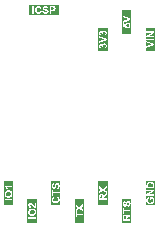
<source format=gto>
G04 Output by ViewMate Deluxe V11.24.15  PentaLogix*
G04 Sat Feb  8 15:39:46 2025*
%IPPOS*%
%FSLAX25Y25*%
%MOIN*%

%LPD*%
X0Y0D2*G36*X46850Y11811D2*G1X43701D1*Y3937*X46850*Y11811*G37*G36*X54724Y17717D2*G1X51575D1*Y9843*X54724*Y17717*G37*G36*X22638Y76378D2*G1X12795D1*Y73228*X22638*Y76378*G37*G36*X54724Y68898D2*G1X51575D1*Y61024*X54724*Y68898*G37*G36*X46850Y74803D2*G1X43701D1*Y66929*X46850*Y74803*G37*G36*X15354Y11811D2*G1X12205D1*Y3937*X15354*Y11811*G37*G36*X23228Y17717D2*G1X20079D1*Y9843*X23228*Y17717*G37*G36*X31102Y11811D2*G1X27953D1*Y3937*X31102*Y11811*G37*G36*X7480Y17717D2*G1X4331D1*Y9843*X7480*Y17717*G37*G36*X38976Y68898D2*G1X35827D1*Y61024*X38976*Y68898*G37*G36*X38976Y17717D2*G1X35827D1*Y9816*X38976*Y17717*G37*
%LPC*%
X0Y0D2*G36*X38661Y13717D2*G1X38170Y13409D1*X38117Y13377*X37982Y13287*X37911Y13238*X37882Y13217*X37833Y13178*X37813Y13164*X37784Y13140*X37775Y13131*X37767Y13126*X37762Y13120*X37720Y13078*X37680Y13033*X37644Y12987*X37611Y12943*X37574Y12889*X37553Y12854*X37551Y12849*X37549Y12847*X37538Y12907*X37525Y12963*X37511Y13016*X37493Y13065*X37474Y13111*X37436Y13187*X37416Y13222*X37378Y13276*X37347Y13315*X37334Y13328*X37318Y13346*X37282Y13375*X37245Y13400*X37205Y13424*X37167Y13442*X37127Y13459*X37089Y13473*X37050Y13484*X37014Y13493*X36979Y13498*X36948Y13504*X36896Y13511*X36876*X36861Y13513*X36848*X36806Y13511*X36768Y13508*X36694Y13497*X36626Y13478*X36568Y13459*X36519Y13437*X36501Y13428*X36484Y13421*X36472Y13413*X36461Y13408*X36455Y13404*X36454Y13402*X36422Y13380*X36393Y13358*X36366Y13335*X36343Y13311*X36300Y13262*X36282Y13238*X36266Y13215*X36224Y13140*X36215Y13116*X36211Y13111*Y13109*X36198Y13073*X36188Y13031*X36179Y12987*X36171Y12942*X36159Y12843*X36151Y12749*X36148Y12703*X36144Y12623*Y12589*X36142Y12561*Y11455*X38661*Y13717*G37*G36*X36142Y16001D2*G1Y15411D1*X36898Y14911*X36142Y14412*Y13817*X37351Y14609*X38661Y13737*Y14347*X37809Y14907*X38661Y15466*Y16078*X37349Y15209*X36142Y16001*G37*
%LPD*%
X0Y0D2*G36*X36881Y12989D2*G1X36869D1*X36859Y12987*X36848*X36808Y12980*X36776Y12972*X36741Y12960*X36708Y12943*X36677Y12920*X36675*X36674Y12916*X36652Y12893*X36635Y12871*X36619Y12843*X36603Y12811*X36588Y12772*X36577Y12729*Y12721*X36575Y12714*Y12705*X36574Y12692*Y12678*X36572Y12659*Y12610*X36570Y12581*Y12547*X36568Y12507*Y11963*X37207*Y12396*X37205Y12425*Y12494*X37198Y12648*X37191Y12718*X37187Y12749*X37183Y12774*X37178Y12794*Y12796*X37176Y12798*X37172Y12809*X37163Y12825*X37152Y12847*X37138Y12869*X37120Y12893*X37098Y12916*X37071Y12936*X37056Y12945*X37039Y12952*X37018Y12963*X36958Y12982*X36921Y12987*X36881Y12989*G37*G36*X38661Y13107D2*G1X38113Y12741D1*X38109Y12740*X38100Y12732*X38066Y12711*X37957Y12634*X37833Y12545*X37806Y12525*X37760Y12487*X37744Y12472*X37740Y12469*X37718Y12445*X37702Y12426*X37684Y12403*X37667Y12378*X37651Y12350*X37636Y12315*X37635Y12310*X37633Y12305*X37626Y12272*X37624Y12257*X37620Y12241*X37618Y12223*X37617Y12201*X37613Y12177*X37611Y12154*Y12126*X37609Y12095*Y11963*X38661*Y13107*G37*
%LPC*%
X0Y0D2*G36*X37903Y63646D2*G1X37889D1*X37847Y63644*X37807Y63640*X37732Y63626*X37697Y63617*X37665Y63606*X37608Y63582*X37543Y63546*X37515Y63529*X37499Y63517*X37470Y63491*X37419Y63437*X37399Y63407*X37379Y63380*X37363Y63351*X37348Y63322*X37335Y63295*X37324Y63269*X37315Y63245*X37306Y63225*X37300Y63207*X37297Y63191*X37293Y63180*X37291Y63171*X37273Y63204*X37233Y63263*X37191Y63316*X37170Y63340*X37126Y63382*X37080Y63417*X37037Y63446*X36993Y63469*X36953Y63489*X36913Y63504*X36846Y63524*X36793Y63533*X36776Y63535*X36762*X36718Y63533*X36676Y63528*X36598Y63508*X36527Y63478*X36495Y63462*X36465Y63446*X36414Y63413*X36361Y63373*X36352Y63364*X36345Y63358*X36303Y63315*X36269Y63271*X36238Y63224*X36212Y63176*X36191Y63129*X36171Y63082*X36156Y63036*X36134Y62949*X36123Y62876*X36119Y62845*X36118Y62821*X36116Y62803*Y62748*X36119Y62710*X36128Y62639*X36134Y62607*X36147Y62547*X36154Y62519*X36161Y62495*X36176Y62456*X36181Y62439*X36191Y62417*X36192Y62412*X36194Y62410*X36225Y62350*X36278Y62275*X36314Y62234*X36361Y62186*X36374Y62175*X36387Y62166*X36396Y62157*X36403Y62152*X36407Y62150*X36409Y62148*X36463Y62115*X36523Y62088*X36585Y62064*X36669Y62035*X36695Y62030*X36716Y62022*X36736Y62019*X36753Y62015*X36764Y62011*X36774Y62009*X36849Y62454*X36820Y62457*X36791Y62463*X36742Y62477*X36718Y62486*X36698Y62495*X36663Y62514*X36649Y62523*X36636Y62530*X36625Y62539*X36616Y62545*X36609Y62552*X36600Y62559*X36585Y62576*X36571Y62594*X36549Y62630*X36534Y62667*X36523Y62699*X36516Y62728*X36514Y62741*Y62752*X36513Y62759*Y62772*X36516Y62818*X36525Y62856*X36536Y62891*X36551Y62920*X36565Y62943*X36585Y62971*X36620Y63000*X36653Y63018*X36685Y63032*X36718Y63041*X36758Y63049*X36769*X36778Y63050*X36818Y63049*X36844Y63047*X36869Y63041*X36891Y63034*X36933Y63018*X36967Y63000*X36995Y62980*X37015Y62963*X37028Y62950*X37030Y62949*X37048Y62927*X37060Y62905*X37071Y62882*X37082Y62856*X37097Y62807*X37106Y62758*X37109Y62736*X37115Y62679*Y62647*X37508Y62594*X37495Y62639*X37486Y62681*X37481Y62719*X37475Y62752*X37474Y62789*X37472Y62798*Y62814*X37474Y62839*X37481Y62889*X37488Y62910*X37506Y62950*X37524Y62985*X37545Y63014*X37554Y63025*X37563Y63034*X37574Y63049*X37577Y63050*X37599Y63071*X37623Y63085*X37647Y63098*X37670Y63109*X37717Y63127*X37785Y63143*X37850Y63151*X37869*X37937Y63147*X37969Y63142*X38025Y63127*X38050Y63118*X38094Y63100*X38112Y63089*X38129Y63080*X38141Y63071*X38154Y63063*X38163Y63056*X38169Y63050*X38172Y63049*X38194Y63027*X38227Y62987*X38240Y62965*X38250Y62943*X38260Y62923*X38282Y62848*X38284Y62834*X38285Y62821*X38287Y62810*Y62796*X38285Y62771*X38284Y62747*X38272Y62701*X38258Y62661*X38240Y62626*X38223Y62597*X38203Y62570*X38198Y62565*X38196Y62561*X38156Y62526*X38111Y62501*X38065Y62479*X38021Y62465*X38001Y62457*X37981Y62454*X37965Y62448*X37948Y62447*X37936Y62443*X37927*X37921Y62441*X37919*X37978Y61973*X38036Y61982*X38091Y61995*X38143Y62009*X38191Y62028*X38280Y62071*X38318Y62093*X38384Y62139*X38413Y62161*X38454Y62197*X38471Y62211*X38491Y62234*X38526Y62277*X38556Y62322*X38582Y62370*X38604Y62417*X38624Y62465*X38640Y62512*X38653Y62558*X38671Y62643*X38676Y62679*X38682Y62714*X38685Y62767*X38687Y62785*X38685Y62865*X38676Y62929*X38665Y62989*X38651Y63045*X38633Y63100*X38613Y63149*X38593Y63195*X38571Y63236*X38509Y63335*X38476Y63376*X38463Y63391*X38456Y63398*X38454Y63402*X38409Y63446*X38363Y63482*X38316Y63515*X38267Y63544*X38220Y63566*X38172Y63586*X38127Y63602*X38083Y63615*X38043Y63626*X38007Y63633*X37972Y63639*X37903Y63646*G37*G36*X36125Y66141D2*G1Y63797D1*X38644Y64696*Y65244*X36125Y66141*G37*G36*X36116Y67106D2*G1Y67051D1*X36119Y67013*X36128Y66942*X36134Y66909*X36147Y66849*X36154Y66822*X36169Y66776*X36176Y66758*X36181Y66742*X36191Y66720*X36192Y66714*X36194Y66713*X36225Y66652*X36261Y66601*X36278Y66578*X36296Y66556*X36314Y66536*X36331Y66520*X36361Y66489*X36374Y66478*X36387Y66469*X36396Y66459*X36403Y66454*X36407Y66452*X36409Y66450*X36463Y66418*X36523Y66390*X36585Y66367*X36644Y66347*X36669Y66337*X36695Y66332*X36716Y66325*X36774Y66312*X36849Y66756*X36820Y66760*X36791Y66765*X36765Y66772*X36718Y66789*X36698Y66798*X36663Y66816*X36636Y66833*X36625Y66842*X36616Y66847*X36600Y66862*X36585Y66878*X36571Y66896*X36549Y66933*X36534Y66969*X36523Y67002*X36516Y67031*X36514Y67044*Y67055*X36513Y67062*Y67074*X36516Y67120*X36525Y67158*X36536Y67193*X36551Y67222*X36565Y67246*X36576Y67262*X36585Y67273*X36589Y67277*X36620Y67302*X36653Y67320*X36685Y67335*X36718Y67344*X36747Y67350*X36758Y67351*X36769*X36778Y67353*X36791*X36844Y67350*X36869Y67344*X36891Y67337*X36933Y67320*X36967Y67302*X36995Y67282*X37015Y67266*X37022Y67258*X37030Y67251*X37048Y67229*X37060Y67208*X37071Y67184*X37082Y67158*X37097Y67109*X37106Y67060*X37109Y67038*X37115Y66982*Y66949*X37508Y66896*X37495Y66942*X37486Y66984*X37481Y67022*X37475Y67055*X37474Y67091*X37472Y67100*Y67117*X37474Y67142*X37481Y67191*X37488Y67213*X37506Y67253*X37524Y67287*X37545Y67317*X37554Y67328*X37563Y67337*X37574Y67351*X37577Y67353*X37599Y67373*X37623Y67388*X37670Y67411*X37717Y67430*X37785Y67446*X37837Y67451*X37850Y67453*X37869*X37903Y67451*X37937Y67450*X37969Y67444*X38025Y67430*X38050Y67421*X38094Y67402*X38112Y67391*X38129Y67382*X38141Y67373*X38154Y67366*X38163Y67359*X38169Y67353*X38172Y67351*X38194Y67330*X38227Y67289*X38240Y67268*X38250Y67246*X38260Y67226*X38282Y67151*X38284Y67137*X38285Y67124*X38287Y67113*Y67098*X38285Y67073*X38284Y67049*X38272Y67004*X38258Y66964*X38240Y66929*X38216Y66889*X38203Y66872*X38198Y66867*X38196Y66863*X38194Y66862*X38176Y66845*X38156Y66829*X38111Y66804*X38065Y66782*X38001Y66760*X37981Y66756*X37965Y66751*X37948Y66749*X37936Y66745*X37927*X37921Y66743*X37919*X37978Y66276*X38036Y66285*X38091Y66298*X38143Y66312*X38191Y66330*X38280Y66374*X38318Y66396*X38384Y66441*X38413Y66463*X38436Y66483*X38454Y66500*X38471Y66514*X38482Y66527*X38491Y66536*X38526Y66580*X38556Y66625*X38582Y66672*X38604Y66720*X38624Y66767*X38640Y66814*X38653Y66860*X38671Y66945*X38676Y66982*X38682Y67017*X38685Y67069*X38687Y67087*X38685Y67167*X38676Y67231*X38665Y67291*X38651Y67348*X38633Y67402*X38613Y67451*X38593Y67497*X38571Y67539*X38527Y67610*X38509Y67637*X38491Y67661*X38476Y67679*X38456Y67701*X38454Y67704*X38409Y67748*X38363Y67784*X38316Y67817*X38267Y67847*X38220Y67868*X38172Y67888*X38127Y67904*X38083Y67917*X38043Y67928*X38007Y67935*X37945Y67945*X37903Y67948*X37847Y67947*X37807Y67943*X37732Y67928*X37697Y67919*X37665Y67908*X37635Y67895*X37608Y67885*X37515Y67832*X37506Y67824*X37501Y67821*X37470Y67793*X37419Y67739*X37399Y67710*X37379Y67683*X37363Y67654*X37335Y67597*X37324Y67572*X37315Y67548*X37306Y67528*X37300Y67509*X37297Y67493*X37291Y67475*Y67473*X37273Y67506*X37253Y67537*X37233Y67566*X37211Y67593*X37191Y67619*X37170Y67643*X37126Y67684*X37080Y67719*X37037Y67748*X36993Y67772*X36953Y67792*X36913Y67806*X36846Y67826*X36817Y67832*X36776Y67837*X36762*X36718Y67835*X36676Y67830*X36636Y67821*X36598Y67810*X36527Y67781*X36495Y67765*X36438Y67732*X36394Y67701*X36376Y67686*X36361Y67675*X36352Y67666*X36343Y67659*X36303Y67617*X36269Y67573*X36238Y67526*X36212Y67479*X36191Y67432*X36171Y67384*X36156Y67339*X36145Y67293*X36134Y67251*X36123Y67178*X36119Y67147*X36118Y67124*X36116Y67106*G37*
%LPD*%
X0Y0D2*G36*X36125Y65600D2*G1Y64347D1*X37989Y64985*X36125Y65600*G37*
%LPC*%
X0Y0D2*G36*X7164Y11858D2*G1X4645D1*Y11350*X7164*Y11858*G37*G36*X7208Y13465D2*G1X7204Y13567D1*X7193Y13663*X7177Y13752*X7153Y13838*X7128Y13916*X7098Y13989*X7068Y14056*X7035Y14116*X7004Y14169*X6973Y14216*X6944Y14258*X6917Y14291*X6906Y14306*X6885Y14327*X6878Y14337*X6867Y14347*X6864Y14351*X6831Y14382*X6797Y14409*X6760Y14437*X6724Y14460*X6647Y14506*X6569Y14544*X6491Y14577*X6411Y14602*X6332Y14624*X6258Y14642*X6187Y14657*X6121Y14666*X6090Y14671*X6061Y14673*X6036Y14677*X5988Y14680*X5968Y14682*X5952*X5937Y14684*X5854*X5797Y14680*X5692Y14670*X5593Y14653*X5501Y14632*X5415Y14606*X5335Y14579*X5264Y14548*X5198Y14517*X5169Y14500*X5142Y14486*X5115Y14469*X5091Y14455*X5069Y14440*X5047Y14428*X5029Y14415*X5013Y14402*X4998Y14391*X4975Y14371*X4958Y14358*X4918Y14317*X4889Y14284*X4860Y14249*X4834Y14215*X4789Y14142*X4749Y14069*X4716Y13994*X4687Y13920*X4665Y13847*X4647Y13778*X4632Y13712*X4622Y13652*X4611Y13572*X4605Y13510*Y13496*X4603Y13483*Y13458*X4607Y13347*X4613Y13294*X4620Y13243*X4634Y13150*X4652Y13072*X4687Y12957*X4700Y12926*X4702Y12919*X4718Y12882*X4734Y12850*X4771Y12789*X4809Y12733*X4845Y12684*X4878Y12644*X4893Y12628*X4906Y12613*X4931Y12587*X4989Y12535*X5049Y12489*X5108Y12449*X5160Y12417*X5208Y12389*X5228Y12378*X5259Y12364*X5268Y12358*X5275Y12356*X5277Y12354*X5379Y12316*X5433Y12302*X5488Y12289*X5595Y12267*X5646Y12260*X5743Y12249*X5786Y12245*X5858Y12242*X5885Y12240*X5921*X6030Y12243*X6134Y12254*X6232Y12271*X6323Y12291*X6407Y12316*X6485Y12345*X6556Y12374*X6620Y12406*X6676Y12436*X6726Y12465*X6829Y12540*X6849Y12556*X6856Y12564*X6862Y12567*X6864Y12571*X6866*X6897Y12602*X6953Y12669*X6978Y12704*X7024Y12777*X7064Y12851*X7097Y12926*X7124Y12999*X7148Y13072*X7179Y13208*X7197Y13324*X7200Y13348*X7206Y13410*Y13426*X7208Y13439*Y13465*G37*G36*X4636Y15816D2*G1X4678Y15800D1*X4720Y15780*X4760Y15758*X4833Y15709*X4897Y15658*X4926Y15634*X4993Y15567*X5033Y15521*X5071Y15471*X5126Y15392*X5171Y15319*X5222Y15225*X5246Y15174*X5269Y15112*X5273Y15104*Y15103*X5712*X5688Y15168*X5663Y15232*X5634Y15294*X5575Y15407*X5544Y15458*X5457Y15589*X5370Y15700*X5357Y15714*X5350Y15723*X5346Y15727*X7164*Y16209*X4636*Y15816*G37*
%LPD*%
X0Y0D2*G36*X5897Y14160D2*G1X5868D1*X5856Y14158*X5843*X5826Y14156*X5790Y14154*X5703Y14144*X5654Y14136*X5602Y14125*X5550Y14113*X5495Y14098*X5442Y14080*X5390Y14058*X5341Y14033*X5293Y14004*X5249Y13967*X5231Y13949*X5184Y13893*X5164Y13865*X5144Y13834*X5106Y13761*X5087Y13720*X5071Y13674*X5058Y13627*X5047Y13576*X5040Y13521*X5038Y13463*Y13448*X5042Y13410*X5046Y13385*X5049Y13354*X5066Y13281*X5076Y13243*X5091Y13201*X5109Y13159*X5129Y13115*X5155Y13073*X5184Y13032*X5217Y12993*X5257Y12953*X5266Y12948*X5277Y12937*X5346Y12895*X5379Y12877*X5461Y12842*X5508Y12824*X5561Y12808*X5619Y12793*X5683Y12782*X5752Y12773*X5826Y12766*X5934Y12764*X5945Y12766*X5976Y12768*X6010Y12769*X6052Y12775*X6098Y12780*X6198Y12798*X6250Y12811*X6305Y12828*X6358Y12848*X6411Y12870*X6461Y12895*X6509Y12926*X6554Y12962*X6604Y13015*X6642Y13066*X6684Y13132*X6704Y13170*X6722Y13212*X6738Y13256*X6753Y13304*X6764Y13354*X6771Y13406*X6773Y13476*X6769Y13514*X6765Y13539*X6762Y13570*X6755Y13603*X6735Y13680*X6720Y13720*X6702Y13761*X6680Y13803*X6656Y13845*X6627Y13885*X6593Y13925*X6554Y13963*X6553Y13965*X6543Y13972*X6531Y13982*X6491Y14009*X6429Y14043*X6391Y14062*X6347Y14080*X6298Y14098*X6243Y14115*X6185Y14129*X6121Y14142*X6052Y14151*X5978Y14158*X5897Y14160*G37*
%LPC*%
X0Y0D2*G36*X28694Y7670D2*G1X28268D1*Y5668*X28694*Y6416*X30787*Y6924*X28694*Y7670*G37*G36*X28268Y10004D2*G1Y7819D1*X29477Y8611*X30787Y7739*Y8349*X29935Y8909*X30787Y9469*Y10080*X29475Y9212*X28268Y10004*G37*
%LPD*%
X0Y0D2*G36*X28268Y9414D2*G1Y8415D1*X29024Y8913*X28268Y9414*G37*
%LPC*%
X0Y0D2*G36*X22141Y12624D2*G1X21985Y12131D1*X22036Y12118*X22083Y12103*X22167Y12071*X22203Y12054*X22236Y12036*X22267Y12018*X22293Y12002*X22336Y11971*X22354Y11956*X22367Y11943*X22387Y11927*X22391Y11921*X22393Y11920*X22414Y11892*X22434Y11863*X22451Y11834*X22478Y11774*X22489Y11745*X22498Y11717*X22509Y11667*X22516Y11623*X22520Y11592*Y11572*X22518Y11521*X22511Y11474*X22502Y11428*X22489Y11386*X22456Y11310*X22438Y11277*X22400Y11219*X22365Y11173*X22336Y11144*X22327Y11134*X22318Y11126*X22276Y11095*X22231Y11070*X22180Y11046*X22127Y11028*X22071Y11011*X22014Y10997*X21958Y10986*X21903Y10977*X21801Y10964*X21756Y10960*X21717Y10959*X21699Y10957*X21685*X21672Y10955*X21639*X21557Y10957*X21481Y10962*X21411Y10971*X21346Y10982*X21288Y10995*X21235Y11009*X21186Y11026*X21106Y11057*X21026Y11100*X21009Y11111*X20997Y11121*X20989Y11126*X20951Y11162*X20920Y11197*X20871Y11272*X20851Y11310*X20835Y11348*X20822Y11384*X20811Y11421*X20802Y11454*X20797Y11485*X20791Y11512*X20787Y11554*X20785Y11568*Y11581*X20787Y11619*X20791Y11654*X20797Y11688*X20804Y11721*X20822Y11780*X20833Y11805*X20842Y11830*X20873Y11887*X20889Y11910*X20895Y11920*X20922Y11950*X20946Y11974*X20971Y11996*X20997Y12014*X21048Y12047*X21097Y12072*X21140Y12091*X21159Y12098*X21189Y12107*X21198Y12111*X21208Y12113*X21087Y12617*X21033Y12600*X20980Y12580*X20887Y12540*X20847Y12519*X20809Y12497*X20774Y12475*X20744Y12455*X20716Y12435*X20671Y12400*X20625Y12358*X20576Y12302*X20534Y12243*X20498Y12182*X20467Y12120*X20440Y12056*X20418Y11994*X20400Y11932*X20385Y11874*X20374Y11819*X20365Y11769*X20354Y11685*Y11669*X20352Y11652*Y11639*X20350Y11628*Y11608*X20354Y11512*X20365Y11419*X20383Y11334*X20405Y11252*X20431Y11175*X20461Y11106*X20493Y11041*X20525Y10982*X20558Y10931*X20589Y10886*X20618Y10846*X20667Y10787*X20691Y10764*X20696Y10758*X20733Y10726*X20767Y10698*X20842Y10647*X20918Y10606*X20998Y10567*X21080Y10536*X21160Y10509*X21241Y10489*X21319Y10471*X21391Y10458*X21459Y10447*X21490Y10444*X21519Y10440*X21615Y10433*X21634*X21648Y10431*X21675*X21730Y10433*X21785Y10434*X21887Y10445*X21983Y10460*X22072Y10482*X22156Y10506*X22234Y10533*X22303Y10562*X22367Y10593*X22423Y10622*X22495Y10665*X22515Y10678*X22549Y10702*X22576Y10724*X22597Y10738*X22604Y10746*X22609Y10749*X22611Y10753*X22613*X22644Y10784*X22673Y10815*X22726Y10880*X22771Y10950*X22811Y11017*X22844Y11088*X22871Y11155*X22895Y11222*X22926Y11346*X22937Y11401*X22944Y11452*X22948Y11474*X22951Y11512*X22953Y11528*Y11543*X22955Y11556*Y12624*X22141*G37*G36*X20818Y14884D2*G1X20392D1*Y12882*X20818*Y13630*X22911*Y14138*X20818*Y14884*G37*G36*X22202Y17128D2*G1X20350D1*Y16089*X20354Y15985*X20358Y15936*X20371Y15845*X20378Y15805*X20387Y15767*X20394Y15732*X20411Y15674*X20420Y15650*X20425Y15630*X20436Y15603*X20438Y15596*X20440Y15594*X20456Y15556*X20476Y15521*X20516Y15458*X20558Y15405*X20600Y15359*X20620Y15341*X20652Y15310*X20667Y15299*X20678Y15290*X20693Y15281*X20695Y15279*X20725Y15261*X20789Y15230*X20822Y15217*X20853Y15206*X20882Y15197*X20911Y15192*X20937Y15185*X20985Y15177*X21006Y15176*X21037Y15172*X21055*X21109Y15174*X21162Y15181*X21213Y15194*X21260Y15208*X21304Y15225*X21346Y15245*X21452Y15308*X21504Y15350*X21524Y15367*X21559Y15401*X21588Y15437*X21639Y15518*X21663Y15563*X21685Y15609*X21741Y15752*X21783Y15876*X21799Y15938*X21803Y15949*X21805Y15958*X21808Y15965*Y15971*X21810Y15974*Y15976*X21825Y16033*X21848Y16133*X21859Y16175*X21899Y16320*X21914Y16366*X21917Y16380*X21919Y16382*Y16384*X21937Y16430*X21956Y16468*X21992Y16526*X22027Y16566*X22054Y16586*X22080Y16599*X22105Y16608*X22129Y16613*X22150Y16619*X22167Y16621*X22182*X22207Y16619*X22232Y16615*X22254Y16610*X22278Y16600*X22318Y16581*X22354Y16559*X22369Y16546*X22384Y16535*X22394Y16524*X22405Y16515*X22422Y16497*X22442Y16471*X22458Y16444*X22484Y16386*X22502Y16324*X22515Y16264*X22522Y16209*X22525Y16166*X22527Y16149*Y16126*X22525Y16084*X22522Y16044*X22516Y16006*X22509Y15969*X22500Y15936*X22491Y15907*X22480Y15878*X22458Y15831*X22447Y15813*X22438Y15795*X22413Y15758*X22387Y15732*X22361Y15709*X22334Y15689*X22305Y15671*X22274Y15654*X22183Y15614*X22156Y15605*X22085Y15585*X22069Y15582*X22048Y15576*X22045*X22092Y15081*X22169Y15092*X22241Y15108*X22309Y15126*X22372Y15150*X22429Y15174*X22482Y15199*X22531Y15225*X22573Y15252*X22644Y15301*X22673Y15325*X22713Y15361*X22726Y15374*X22735Y15381*X22737Y15385*X22775Y15436*X22809Y15491*X22839Y15548*X22864Y15609*X22886Y15669*X22917Y15791*X22930Y15849*X22939Y15904*X22946Y15954*X22953Y16042*X22955Y16058*Y16074*X22957Y16087*Y16120*X22953Y16238*X22948Y16293*X22942Y16344*X22928Y16437*X22921Y16479*X22902Y16550*X22895Y16581*X22880Y16626*X22875Y16644*X22869Y16657*X22868Y16664*X22866Y16666*X22848Y16706*X22828Y16745*X22806Y16779*X22760Y16843*X22737Y16870*X22691Y16919*X22649Y16957*X22631Y16972*X22617Y16985*X22585Y17006*X22549Y17028*X22515Y17047*X22442Y17078*X22407Y17088*X22374Y17099*X22341Y17106*X22311Y17114*X22283Y17117*X22236Y17125*X22216Y17126*X22202Y17128*G37*
%LPD*%
X0Y0D2*G36*X22955Y12624D2*G1X22143D1*X22152Y12620*X22159Y12619*X22169Y12615*X22209Y12602*X22283Y12573*X22327Y12555*X22422Y12509*X22472Y12482*X22524Y12451*X22574Y12417*X22624Y12378*X22671Y12338*X22715Y12293*X22755Y12245*X22756Y12242*X22764Y12233*X22800Y12172*X22819Y12142*X22837Y12105*X22855Y12063*X22873Y12018*X22891Y11967*X22908Y11912*X22924Y11852*X22937Y11790*X22946Y11723*X22953Y11652*X22955Y11577*Y12624*G37*G36*X22180Y17128D2*G1X20350D1*Y16122*X20352Y16135*Y16149*X20354Y16167*X20356Y16208*X20361Y16253*X20369Y16302*X20376Y16357*X20387Y16413*X20418Y16532*X20438Y16591*X20463Y16648*X20491Y16704*X20523Y16755*X20560Y16802*X20561Y16806*X20582Y16824*X20598Y16841*X20618Y16859*X20643Y16879*X20672Y16901*X20744Y16948*X20785Y16970*X20831Y16992*X20880Y17010*X20933Y17028*X20989Y17041*X21049Y17050*X21113Y17056*X21135Y16548*X21133*X21087Y16537*X21049Y16526*X21028Y16519*X20982Y16498*X20937Y16475*X20893Y16444*X20873Y16428*X20856Y16408*X20853Y16402*X20849Y16397*X20844Y16387*X20836Y16377*X20822Y16346*X20813Y16328*X20798Y16282*X20784Y16226*X20778Y16195*X20774Y16162*X20771Y16124*Y16064*X20773Y16049*X20778Y15985*X20782Y15958*X20793Y15904*X20809Y15845*X20820Y15816*X20833Y15789*X20847Y15763*X20864Y15738*X20865Y15734*X20887Y15713*X20906Y15698*X20927Y15684*X20953Y15671*X20984Y15661*X21000Y15659*X21022Y15658*X21049Y15661*X21071Y15667*X21095Y15676*X21121Y15689*X21146Y15707*X21171Y15732*Y15734*X21179Y15743*X21186Y15754*X21202Y15784*X21235Y15856*X21248Y15889*X21262Y15927*X21293Y16020*X21308Y16073*X21341Y16200*Y16202*X21342Y16204*Y16209*X21344Y16217*X21350Y16235*X21355Y16260*X21364Y16291*X21373Y16328*X21384Y16366*X21395Y16408*X21410Y16451*X21422Y16497*X21470Y16632*X21488Y16673*X21504Y16713*X21522Y16748*X21524Y16750*X21526Y16755*X21532Y16764*X21539Y16777*X21550Y16792*X21561Y16810*X21606Y16872*X21647Y16917*X21670Y16941*X21721Y16986*X21779Y17026*X21781Y17028*X21787Y17030*X21796Y17035*X21808Y17043*X21825Y17050*X21843Y17059*X21865Y17069*X21917Y17087*X21981Y17105*X22054Y17119*X22094Y17125*X22136Y17126*X22180Y17128*G37*
%LPC*%
X0Y0D2*G36*X15038Y5755D2*G1X12519D1*Y5247*X15038*Y5755*G37*G36*X15082Y7362D2*G1X15078Y7464D1*X15067Y7560*X15051Y7649*X15027Y7735*X15002Y7813*X14972Y7886*X14942Y7953*X14909Y8013*X14878Y8066*X14847Y8113*X14818Y8155*X14791Y8188*X14780Y8203*X14769Y8213*X14759Y8224*X14752Y8234*X14705Y8279*X14671Y8306*X14634Y8334*X14598Y8357*X14521Y8403*X14443Y8441*X14365Y8474*X14285Y8499*X14206Y8521*X14132Y8539*X14061Y8554*X13995Y8563*X13964Y8569*X13935Y8570*X13910Y8574*X13862Y8578*X13842Y8579*X13826*X13811Y8581*X13728*X13671Y8578*X13566Y8567*X13467Y8550*X13375Y8528*X13289Y8503*X13209Y8476*X13138Y8445*X13072Y8414*X13043Y8397*X13016Y8383*X12965Y8352*X12943Y8337*X12921Y8324*X12903Y8312*X12887Y8299*X12872Y8288*X12849Y8268*X12832Y8255*X12792Y8213*X12763Y8181*X12734Y8146*X12709Y8111*X12663Y8039*X12623Y7966*X12590Y7891*X12561Y7817*X12539Y7744*X12521Y7675*X12506Y7609*X12496Y7549*X12485Y7469*X12479Y7407*Y7393*X12477Y7380*Y7354*X12481Y7243*X12487Y7191*X12494Y7140*X12508Y7047*X12526Y6969*X12547Y6903*X12554Y6876*X12561Y6854*X12569Y6836*X12574Y6823*X12576Y6816*X12592Y6779*X12608Y6747*X12645Y6687*X12683Y6630*X12719Y6581*X12752Y6541*X12780Y6510*X12805Y6485*X12863Y6432*X12923Y6386*X12982Y6346*X13034Y6313*X13102Y6275*X13133Y6261*X13142Y6255*X13151Y6252*X13202Y6232*X13253Y6213*X13307Y6199*X13362Y6186*X13469Y6164*X13520Y6157*X13571Y6152*X13617Y6146*X13660Y6142*X13698Y6141*X13759Y6137*X15082*Y7362*G37*G36*X12510Y9717D2*G1Y9700D1*X12512Y9639*X12517Y9578*X12526Y9522*X12537Y9467*X12550Y9419*X12565Y9371*X12581Y9327*X12597Y9289*X12630Y9222*X12645Y9197*X12658Y9172*X12678Y9143*X12683Y9134*X12719Y9093*X12759Y9056*X12801Y9023*X12847Y8996*X12894Y8971*X12941Y8949*X13036Y8914*X13122Y8891*X13158Y8882*X13238Y8867*X13245*X13251Y8865*X13256*X13304Y9346*X13265Y9349*X13231Y9353*X13167Y9367*X13140Y9375*X13114Y9384*X13072Y9402*X13029Y9426*X13020Y9433*X13011Y9438*X13002Y9447*X12985Y9466*X12971Y9484*X12949Y9522*X12932Y9564*X12921Y9602*X12916Y9637*X12912Y9651*Y9664*X12911Y9675*X12912Y9717*X12914Y9744*X12923Y9791*X12938Y9833*X12954Y9868*X12961Y9881*X12971Y9893*X12984Y9913*X12991Y9921*X12994Y9926*X13014Y9945*X13034Y9959*X13072Y9981*X13114Y9995*X13154Y10006*X13191Y10013*X13206Y10015*X13218*X13231Y10017*X13245*X13300Y10013*X13355Y10001*X13404Y9986*X13449Y9968*X13469Y9957*X13517Y9934*X13535Y9921*X13540Y9919*X13564Y9901*X13591Y9879*X13621Y9853*X13651Y9822*X13686Y9791*X13719Y9757*X13788Y9689*X13852Y9624*X13924Y9548*X13941Y9531*X13950Y9520*X13952Y9519*X14022Y9444*X14088Y9376*X14206Y9260*X14261Y9211*X14310Y9165*X14397Y9093*X14467Y9038*X14494Y9016*X14516Y9000*X14534Y8989*X14556Y8974*X14558Y8972*X14643Y8927*X14687Y8907*X14729Y8889*X14771Y8874*X14847Y8849*X14916Y8830*X14995Y8816*X15013Y8812*X15034Y8809*X15038*Y10501*X13213*X13158Y10499*X13105Y10492*X13054Y10481*X13007Y10469*X12963Y10452*X12921Y10434*X12850Y10394*X12791Y10354*X12769Y10335*X12732Y10306*X12712Y10287*X12676Y10245*X12645Y10201*X12619Y10154*X12596Y10104*X12576Y10057*X12559Y10008*X12535Y9913*X12526Y9870*X12516Y9793*X12514Y9762*X12510Y9717*G37*
%LPD*%
X0Y0D2*G36*X15082Y7336D2*G1X15080Y7324D1*Y7307*X15074Y7245*X15063Y7167*X15053Y7105*X15022Y6969*X14998Y6896*X14971Y6823*X14938Y6748*X14898Y6674*X14852Y6601*X14827Y6567*X14771Y6499*X14740Y6468*X14738*X14736Y6465*X14730Y6461*X14714Y6446*X14659Y6404*X14641Y6392*X14621Y6377*X14576Y6348*X14550Y6334*X14494Y6302*X14430Y6272*X14359Y6243*X14281Y6213*X14197Y6188*X14106Y6168*X14008Y6152*X13904Y6141*X13795Y6137*X15082*Y7336*G37*G36*X13771Y8057D2*G1X13742D1*X13730Y8055*X13717*X13700Y8053*X13664Y8052*X13622Y8046*X13577Y8041*X13528Y8034*X13476Y8022*X13369Y7995*X13317Y7977*X13263Y7955*X13215Y7930*X13167Y7900*X13123Y7864*X13105Y7846*X13058Y7789*X13038Y7762*X13018Y7731*X12980Y7658*X12961Y7617*X12945Y7571*X12932Y7524*X12921Y7473*X12914Y7418*X12912Y7360*Y7345*X12916Y7307*X12920Y7282*X12923Y7251*X12930Y7216*X12950Y7140*X12965Y7098*X12984Y7056*X13003Y7012*X13029Y6971*X13058Y6929*X13091Y6890*X13131Y6850*X13140Y6845*X13151Y6834*X13220Y6792*X13253Y6774*X13335Y6739*X13382Y6721*X13435Y6705*X13493Y6690*X13557Y6679*X13626Y6670*X13700Y6663*X13808Y6661*X13819Y6663*X13884Y6667*X13972Y6678*X14072Y6696*X14124Y6708*X14179Y6725*X14232Y6745*X14285Y6767*X14335Y6792*X14383Y6823*X14428Y6859*X14447Y6878*X14461Y6894*X14478Y6912*X14516Y6963*X14558Y7029*X14578Y7067*X14596Y7109*X14612Y7152*X14627Y7202*X14638Y7251*X14645Y7304*X14647Y7373*X14643Y7411*X14639Y7436*X14636Y7467*X14629Y7500*X14620Y7537*X14609Y7576*X14594Y7617*X14576Y7658*X14554Y7700*X14530Y7742*X14501Y7782*X14467Y7822*X14428Y7860*X14427Y7862*X14417Y7869*X14405Y7879*X14365Y7906*X14335Y7922*X14303Y7941*X14265Y7959*X14221Y7977*X14172Y7995*X14117Y8011*X14059Y8026*X13995Y8039*X13926Y8048*X13852Y8055*X13771Y8057*G37*G36*X14591Y10501D2*G1X13242D1*X13256Y10499*X13317Y10494*X13365Y10487*X13420Y10476*X13478Y10459*X13537Y10439*X13539*X13551Y10432*X13564Y10428*X13593Y10412*X13613Y10403*X13682Y10365*X13737Y10332*X13795Y10292*X13862Y10243*X13868Y10237*X13890Y10219*X13904Y10206*X13921Y10192*X13939Y10174*X13961Y10154*X13984Y10130*X14072Y10045*X14104Y10010*X14141Y9972*X14181Y9928*X14188Y9921*X14199Y9908*X14214Y9893*X14230Y9875*X14248Y9853*X14270Y9832*X14292Y9808*X14339Y9759*X14385Y9709*X14407Y9688*X14443Y9651*X14461Y9637*X14483Y9617*X14519Y9587*X14567Y9555*X14591Y9540*Y10501*G37*
%LPC*%
X0Y0D2*G36*X54409Y63617D2*G1X51890Y64514D1*Y63973*X53754Y63358*X51890Y62719*Y62170*X54409Y63069*Y63617*G37*G36*X54409Y65264D2*G1X51890D1*Y64756*X54409*Y65264*G37*G36*X54409Y67752D2*G1X51890D1*Y67280*X53577*X51890Y66247*Y65753*X54409*Y67752*G37*G36*X44027Y69100D2*G1X45337Y68852D1*X45394Y69242*X45361Y69273*X45308Y69338*X45288Y69369*X45270Y69402*X45243Y69462*X45234Y69491*X45225Y69517*X45219Y69540*X45215Y69562*X45214Y69580*X45210Y69606*Y69615*X45212Y69646*X45215Y69675*X45228Y69728*X45247Y69773*X45268Y69811*X45279Y69828*X45299Y69855*X45308Y69866*X45326Y69884*X45350Y69902*X45376Y69919*X45401Y69934*X45430Y69946*X45489Y69965*X45545Y69977*X45596Y69984*X45654Y69990*X45676*X45763Y69986*X45804Y69981*X45840Y69974*X45872Y69966*X45904Y69957*X45931Y69946*X45956Y69937*X45978Y69928*X46026Y69901*X46036Y69893*X46044Y69890*X46047Y69886*X46071Y69864*X46089Y69844*X46106Y69822*X46120Y69800*X46142Y69759*X46157Y69719*X46167Y69668*X46171Y69644*Y69630*X46167Y69582*X46157Y69537*X46142Y69497*X46124Y69462*X46098Y69422*X46076Y69395*X46058Y69376*X46038Y69360*X45997Y69335*X45953Y69313*X45911Y69297*X45874Y69285*X45845Y69280*X45834Y69276*X45825*X45818Y69275*X45869Y68794*X45927Y68803*X45980Y68818*X46033Y68834*X46080Y68852*X46126Y68874*X46166Y68896*X46204Y68918*X46269Y68963*X46295Y68985*X46319Y69004*X46371Y69056*X46404Y69098*X46433Y69144*X46457Y69191*X46479Y69238*X46497Y69285*X46524Y69378*X46533Y69422*X46548Y69502*X46552Y69537*X46553Y69566*X46557Y69609*Y69624*X46553Y69704*X46542Y69779*X46526Y69850*X46504Y69915*X46480Y69975*X46451Y70032*X46422Y70083*X46359Y70168*X46330Y70205*X46277Y70259*X46238Y70294*X46228Y70301*X46224Y70305*X46176Y70337*X46129Y70365*X46082Y70389*X46035Y70410*X45987Y70428*X45942Y70443*X45896Y70454*X45854Y70465*X45780Y70478*X45683Y70487*X45600Y70485*X45536Y70478*X45474Y70467*X45416Y70452*X45363Y70436*X45312Y70416*X45267Y70396*X45225Y70376*X45126Y70316*X45061Y70263*X45019Y70219*X44983Y70176*X44952Y70130*X44924Y70083*X44902Y70037*X44883Y69992*X44868Y69948*X44855Y69906*X44846Y69868*X44839Y69832*X44830Y69772*X44826Y69733*Y69688*X44839Y69595*X44852Y69540*X44866Y69489*X44890Y69431*X44895Y69415*X44901Y69404*X44906Y69389*X44908Y69387*X44478Y69466*Y70376*X44027*Y69100*G37*G36*X46513Y72041D2*G1X43995Y72938D1*Y72398*X45858Y71783*X43995Y71144*Y70594*X46513Y71493*Y72041*G37*
%LPD*%
X0Y0D2*G36*X54409Y67242D2*G1X52760Y66225D1*X54409*Y67242*G37*
%LPC*%
X0Y0D2*G36*X14321Y76065D2*G1X13813D1*Y73546*X14321*Y76065*G37*G36*X16905Y74297D2*G1X16910Y74315D1*X16417Y74472*X16404Y74421*X16390Y74374*X16373Y74332*X16357Y74290*X16341Y74254*X16304Y74190*X16288Y74164*X16257Y74121*X16242Y74102*X16230Y74090*X16213Y74070*X16179Y74043*X16150Y74022*X16121Y74006*X16089Y73991*X16060Y73979*X16031Y73968*X16004Y73959*X15953Y73948*X15878Y73937*X15858*X15808Y73939*X15760Y73946*X15715Y73955*X15673Y73968*X15633Y73984*X15596Y74000*X15563Y74019*X15505Y74057*X15460Y74092*X15443Y74108*X15431Y74121*X15420Y74130*X15382Y74181*X15356Y74226*X15332Y74277*X15314Y74330*X15298Y74386*X15283Y74443*X15272Y74499*X15263Y74554*X15250Y74656*X15245Y74739*X15243Y74758*Y74772*X15241Y74785*Y74818*X15243Y74900*X15249Y74976*X15258Y75045*X15269Y75111*X15282Y75169*X15296Y75222*X15312Y75271*X15329Y75313*X15343Y75351*X15374Y75409*X15387Y75431*X15398Y75448*X15414Y75469*X15449Y75506*X15484Y75537*X15558Y75586*X15596Y75606*X15634Y75622*X15671Y75635*X15707Y75646*X15740Y75655*X15771Y75660*X15798Y75666*X15855Y75671*X15906Y75670*X15940Y75666*X15975Y75660*X16008Y75653*X16066Y75635*X16091Y75624*X16117Y75615*X16173Y75584*X16206Y75562*X16211Y75557*X16237Y75535*X16261Y75511*X16282Y75486*X16334Y75409*X16359Y75360*X16377Y75317*X16390Y75282*X16393Y75267*X16397Y75258*X16399Y75251*Y75249*X16903Y75369*X16887Y75424*X16867Y75476*X16847Y75524*X16827Y75569*X16783Y75648*X16741Y75713*X16721Y75741*X16686Y75786*X16661Y75815*X16645Y75832*X16588Y75881*X16530Y75922*X16468Y75959*X16406Y75990*X16343Y76017*X16281Y76039*X16219Y76057*X16161Y76072*X16106Y76083*X16055Y76092*X16011Y76097*X15971Y76103*X15955*X15938Y76104*X15926*X15915Y76106*X15895*X15846Y76104*X15798Y76103*X15706Y76092*X15620Y76074*X15538Y76052*X15461Y76026*X15393Y75995*X15327Y75964*X15269Y75932*X15218Y75899*X15172Y75868*X15132Y75839*X15074Y75790*X15056Y75771*X15041Y75757*X15012Y75724*X14985Y75689*X14934Y75615*X14892Y75539*X14854Y75458*X14823Y75376*X14795Y75297*X14757Y75138*X14734Y74998*X14726Y74938*X14724Y74911*X14723Y74885*X14719Y74841*Y74823*X14717Y74809*Y74781*X14721Y74672*X14732Y74570*X14747Y74474*X14768Y74385*X14792Y74301*X14819Y74222*X14848Y74154*X14879Y74090*X14908Y74034*X14937Y73984*X14965Y73942*X14978Y73924*X14988Y73908*X14999Y73893*X15010Y73880*X15017Y73869*X15036Y73848*X15039Y73846*Y73844*X15101Y73784*X15167Y73731*X15236Y73686*X15303Y73646*X15374Y73613*X15441Y73585*X15509Y73562*X15633Y73531*X15687Y73520*X15738Y73513*X15760Y73509*X15780Y73508*X15815Y73504*X15829*X15842Y73502*X15864*X15938Y73504*X16009Y73511*X16077Y73520*X16139Y73533*X16199Y73549*X16253Y73565*X16304Y73584*X16350Y73602*X16392Y73620*X16428Y73638*X16459Y73657*X16484Y73671*X16519Y73693*X16528Y73700*X16532Y73702*X16579Y73742*X16624Y73786*X16665Y73833*X16703Y73882*X16737Y73933*X16769Y73984*X16796Y74035*X16841Y74130*X16876Y74213*X16889Y74248*X16898Y74275*X16901Y74288*X16905Y74297*G37*G36*X21621Y75289D2*G1X21619Y75344D1*X21615Y75397*X21608Y75446*X21586Y75537*X21573Y75577*X21548Y75646*X21521Y75702*X21508Y75726*X21480Y75770*X21446Y75813*X21417Y75844*X21386Y75873*X21355Y75899*X21295Y75941*X21266Y75959*X21211Y75988*X21187Y75999*X21147Y76015*X21120Y76022*X21113Y76026*X21111*X21082Y76034*X21004Y76045*X20858Y76056*X20661Y76063*X20619*X20581Y76065*X19693*Y73546*X20201*Y74496*X20594*X20654Y74497*X20807Y74503*X20889Y74510*X20923Y74514*X20956Y74516*X21005Y74523*X21040Y74526*X21056Y74530*X21058*X21109Y74543*X21156Y74561*X21200Y74581*X21275Y74619*X21287Y74628*X21309Y74641*X21317Y74647*X21320Y74648*X21367Y74687*X21409Y74727*X21446Y74769*X21477Y74809*X21502Y74843*X21511Y74859*X21521Y74872*X21526Y74883*X21531Y74891*X21533Y74896*X21535Y74898*X21564Y74960*X21584Y75025*X21600Y75091*X21606Y75124*X21613Y75182*X21617Y75207*X21619Y75231*Y75251*X21621Y75267*Y75289*G37*G36*X18257Y73500D2*G1X18375Y73504D1*X18430Y73509*X18481Y73515*X18574Y73529*X18616Y73536*X18687Y73555*X18718Y73562*X18743Y73569*X18801Y73589*X18803Y73591*X18843Y73609*X18882Y73629*X18916Y73651*X18980Y73697*X19007Y73720*X19056Y73766*X19094Y73808*X19109Y73826*X19122Y73840*X19143Y73871*X19165Y73908*X19184Y73942*X19215Y74015*X19225Y74050*X19236Y74082*X19243Y74115*X19251Y74146*X19254Y74173*X19262Y74221*X19263Y74241*X19265Y74255*Y74277*X19263Y74321*X19262Y74363*X19256Y74403*X19242Y74476*X19224Y74539*X19215Y74567*X19196Y74614*X19187Y74632*X19180Y74648*X19167Y74670*X19165Y74676*X19163Y74678*X19123Y74736*X19078Y74787*X19054Y74811*X19031Y74830*X19009Y74850*X18947Y74896*X18929Y74907*X18914Y74918*X18892Y74931*X18887Y74932*X18885Y74934*X18850Y74952*X18769Y74987*X18725Y75003*X18634Y75034*X18588Y75047*X18545Y75061*X18503Y75072*X18465Y75084*X18428Y75093*X18397Y75102*X18372Y75107*X18354Y75113*X18346Y75115*X18341*X18339Y75116*X18337*X18157Y75163*X18064Y75195*X17993Y75222*X17941Y75245*X17891Y75271*X17871Y75285*X17869*X17844Y75311*X17826Y75337*X17813Y75362*X17804Y75385*X17798Y75408*X17797Y75424*X17795Y75435*X17798Y75473*X17808Y75504*X17821Y75530*X17835Y75551*X17850Y75569*X17871Y75591*X17875Y75593*X17900Y75609*X17926Y75624*X17953Y75637*X17982Y75648*X18041Y75664*X18095Y75675*X18122Y75679*X18146Y75680*X18201Y75686*X18261*X18332Y75679*X18363Y75673*X18419Y75659*X18465Y75644*X18483Y75635*X18514Y75621*X18524Y75613*X18534Y75608*X18539Y75604*X18543Y75602*X18565Y75584*X18581Y75564*X18612Y75520*X18635Y75475*X18656Y75429*X18663Y75408*X18678Y75353*X18685Y75324*Y75322*X19193Y75344*X19187Y75408*X19178Y75467*X19165Y75524*X19147Y75577*X19129Y75626*X19107Y75671*X19085Y75713*X19061Y75750*X19038Y75784*X18996Y75839*X18978Y75859*X18961Y75875*X18950Y75888*X18943Y75895*X18939Y75897*X18892Y75934*X18841Y75966*X18785Y75993*X18728Y76019*X18669Y76039*X18608Y76056*X18550Y76070*X18494Y76081*X18345Y76101*X18286Y76104*X18272*X18259Y76106*X18226*X18173Y76104*X18122Y76103*X18073Y76099*X17982Y76086*X17942Y76079*X17904Y76070*X17869Y76063*X17811Y76046*X17787Y76037*X17767Y76032*X17740Y76021*X17733Y76019*X17731Y76017*X17693Y76001*X17658Y75981*X17595Y75941*X17542Y75899*X17497Y75857*X17462Y75821*X17447Y75804*X17427Y75779*X17418Y75764*X17416Y75762*X17398Y75732*X17382Y75698*X17367Y75668*X17354Y75635*X17343Y75604*X17334Y75575*X17329Y75546*X17322Y75520*X17314Y75471*X17313Y75451*X17309Y75420*Y75404*X17311Y75347*X17318Y75295*X17331Y75244*X17345Y75196*X17362Y75153*X17382Y75111*X17404Y75072*X17445Y75005*X17467Y74978*X17487Y74952*X17504Y74932*X17538Y74898*X17574Y74869*X17613Y74843*X17655Y74818*X17700Y74794*X17746Y74772*X17795Y74752*X17889Y74716*X18013Y74674*X18075Y74658*X18086Y74654*X18095Y74652*X18102Y74648*X18108*X18222Y74619*X18312Y74598*X18457Y74558*X18517Y74539*X18519Y74537*X18521*X18567Y74519*X18605Y74501*X18663Y74465*X18681Y74448*X18703Y74430*X18705Y74426*X18723Y74403*X18736Y74377*X18745Y74352*X18750Y74328*X18756Y74306*X18758Y74290*Y74275*X18756Y74250*X18752Y74224*X18747Y74203*X18737Y74179*X18718Y74139*X18696Y74102*X18683Y74088*X18672Y74073*X18652Y74052*X18634Y74035*X18608Y74015*X18581Y73999*X18523Y73973*X18461Y73955*X18401Y73942*X18346Y73935*X18303Y73932*X18286Y73930*X18263*X18221Y73932*X18181Y73935*X18143Y73941*X18106Y73948*X18073Y73957*X18044Y73966*X18015Y73977*X17968Y73999*X17950Y74010*X17932Y74019*X17895Y74044*X17869Y74070*X17846Y74095*X17826Y74122*X17808Y74152*X17791Y74183*X17777Y74213*X17751Y74274*X17742Y74301*X17722Y74372*X17719Y74388*X17713Y74408*Y74412*X17218Y74365*X17229Y74288*X17245Y74215*X17263Y74148*X17287Y74084*X17311Y74028*X17336Y73975*X17362Y73926*X17389Y73884*X17438Y73813*X17462Y73784*X17498Y73744*X17511Y73731*X17518Y73722*X17522Y73720*X17573Y73682*X17628Y73647*X17685Y73619*X17746Y73593*X17806Y73571*X17928Y73540*X17986Y73527*X18041Y73518*X18091Y73511*X18139Y73508*X18195Y73502*X18211*X18224Y73500*X18257*G37*
%LPD*%
X0Y0D2*G36*X20539Y75639D2*G1X20201D1*Y74922*X20527*X20550Y74923*X20578*X20707Y74931*X20803Y74941*X20856Y74952*X20878Y74960*X20884Y74961*X20894Y74967*X20913Y74976*X20962Y75007*X20989Y75029*X21014Y75054*X21038Y75084*Y75085*X21040Y75087*X21043Y75093*X21047Y75098*X21067Y75140*X21078Y75169*X21087Y75202*X21095Y75240*X21097Y75293*X21095Y75304*Y75315*X21093Y75329*X21076Y75397*X21062Y75435*X21042Y75473*X21029Y75491*X21014Y75508*Y75509*X21011Y75511*X20984Y75537*X20960Y75557*X20929Y75575*X20894Y75593*X20854Y75609*X20811Y75621*X20800Y75622*X20792Y75624*X20782*X20730Y75630*X20707Y75631*X20652Y75635*X20618*X20539Y75639*G37*
%LPC*%
X0Y0D2*G36*X54452Y11320D2*G1X54450Y11378D1*X54447Y11436*X54441Y11493*X54434Y11547*X54415Y11651*X54405Y11698*X54394Y11744*X54363Y11853*X54354Y11880*X54347Y11904*X54341Y11921*X54335Y11933*X54313Y11988*X54290Y12041*X54266Y12090*X54243Y12134*X54197Y12213*X54155Y12279*X54117Y12330*X54102Y12352*X54077Y12381*X54070Y12390*X54062Y12397*X53058*Y11302*X53484*Y11884*X53804*X53837Y11839*X53866Y11791*X53891Y11746*X53913Y11702*X53922Y11682*X53932Y11664*X53944Y11635*X53950Y11624*X53951Y11615*X53955Y11609*X53975Y11547*X53991Y11489*X54002Y11436*X54009Y11387*X54015Y11329*Y11315*X54017Y11304*Y11287*X54015Y11229*X54008Y11172*X53997Y11120*X53982Y11071*X53964Y11023*X53946Y10980*X53926Y10941*X53904Y10905*X53884Y10874*X53864Y10845*X53828Y10801*X53793Y10765*X53749Y10730*X53700Y10699*X53647Y10672*X53593Y10650*X53538Y10630*X53427Y10601*X53372Y10592*X53322Y10583*X53232Y10572*X53194Y10570*X53178Y10568*X53163*X53152Y10567*X53047Y10568*X52976Y10576*X52910Y10585*X52848Y10597*X52792Y10612*X52741Y10628*X52694Y10647*X52652Y10665*X52615Y10683*X52557Y10717*X52504Y10754*X52457Y10801*X52424Y10843*X52397Y10885*X52372Y10928*X52352Y10972*X52335Y11018*X52321Y11059*X52310Y11102*X52293Y11176*X52290Y11209*X52286Y11238*X52282Y11278*Y11293*X52284Y11333*X52288Y11371*X52293Y11409*X52299Y11442*X52317Y11506*X52326Y11533*X52337Y11558*X52348Y11580*X52366Y11619*X52375Y11633*X52381Y11644*X52390Y11657*X52392Y11658*X52411Y11685*X52435Y11709*X52483Y11753*X52506Y11771*X52577Y11815*X52599Y11826*X52619Y11835*X52637Y11844*X52676Y11859*X52683Y11860*X52588Y12365*X52524Y12348*X52466Y12328*X52410Y12304*X52357Y12279*X52310Y12252*X52264Y12222*X52224Y12195*X52155Y12139*X52102Y12088*X52082Y12066*X52066Y12050*X52055Y12035*X52048Y12028*X52046Y12024*X52011Y11973*X51980Y11917*X51953Y11859*X51931Y11798*X51911Y11739*X51897Y11676*X51882Y11617*X51864Y11506*X51853Y11409*X51851Y11369*X51849Y11353*Y11338*X51847Y11324*Y11293*X51849Y11227*X51853Y11163*X51858Y11102*X51876Y10992*X51898Y10896*X51909Y10854*X51933Y10785*X51953Y10732*X51962Y10714*X51973Y10688*X52006Y10630*X52041Y10577*X52077Y10526*X52115Y10479*X52155Y10435*X52193Y10397*X52232Y10361*X52270Y10328*X52337Y10275*X52366Y10253*X52430Y10213*X52501Y10177*X52561Y10151*X52621Y10130*X52681Y10111*X52739Y10095*X52798Y10082*X52854Y10071*X52907Y10062*X52956Y10057*X53001Y10051*X53041Y10048*X53076Y10044*X53103*X53114Y10042*X54452*Y11320*G37*G36*X54408Y14869D2*G1X51889D1*Y14397*X53576*X51889Y13364*Y12871*X54408*Y14869*G37*G36*X53205Y17517D2*G1X53109D1*X53047Y17513*X52987Y17510*X52932Y17504*X52830Y17490*X52743Y17475*X52706Y17468*X52674Y17461*X52623Y17446*X52603Y17441*X52590Y17437*X52581Y17435*X52579Y17433*X52535Y17417*X52492Y17399*X52452Y17380*X52377Y17341*X52345Y17321*X52313Y17302*X52237Y17248*X52217Y17233*X52200Y17219*X52171Y17193*X52141Y17162*X52113Y17131*X52064Y17067*X52024Y17004*X52008Y16973*X51991Y16944*X51978Y16917*X51968Y16891*X51958Y16869*X51942Y16822*X51939Y16815*Y16813*X51930Y16780*X51922Y16745*X51915Y16707*X51909Y16669*X51895Y16512*X51891Y16443*Y16412*X51889Y16385*Y15406*X54408*Y16412*X54406Y16461*X54403Y16507*X54395Y16591*X54392Y16629*X54386Y16661*X54377Y16720*X54368Y16765*X54363Y16782*X54361Y16795*X54357Y16805*X54356Y16813*X54326Y16893*X54294Y16964*X54261Y17024*X54245Y17051*X54213Y17097*X54199Y17115*X54177Y17146*X54168Y17155*X54161Y17164*X54155Y17169*X54122Y17202*X54086Y17231*X54013Y17286*X53975Y17309*X53939Y17332*X53835Y17386*X53806Y17400*X53778Y17411*X53755Y17421*X53737Y17430*X53722Y17435*X53713Y17437*X53709Y17439*X53666Y17453*X53622Y17464*X53531Y17484*X53442Y17499*X53398Y17502*X53358Y17508*X53320Y17510*X53285Y17513*X53252Y17515*X53227*X53205Y17517*G37*
%LPD*%
X0Y0D2*G36*X54452Y11293D2*G1X54450Y11282D1*Y11254*X54443Y11180*X54437Y11134*X54432Y11085*X54423Y11032*X54412Y10978*X54397Y10921*X54383Y10863*X54363Y10803*X54341Y10745*X54315Y10687*X54279Y10617*X54268Y10603*X54239Y10557*X54217Y10530*X54193Y10499*X54134Y10430*X54099Y10393*X54059Y10357*X54017Y10321*X53971Y10284*X53922Y10252*X53869Y10219*X53809Y10188*X53798Y10184*X53758Y10166*X53697Y10142*X53613Y10117*X53565Y10102*X53513Y10089*X53458Y10077*X53400Y10066*X53338Y10057*X53274Y10050*X53209Y10044*X53141Y10042*X54452*Y11293*G37*G36*X54408Y14359D2*G1X52759Y13342D1*X54408*Y14359*G37*G36*X53203Y16993D2*G1X53103D1*X53078Y16991*X53050*X53020Y16989*X52985Y16985*X52950Y16984*X52839Y16971*X52803Y16964*X52767Y16958*X52703Y16940*X52701*X52665Y16926*X52648Y16918*X52614Y16904*X52574Y16882*X52534Y16858*X52495Y16829*X52459Y16796*X52457Y16795*X52456Y16793*X52450Y16787*X52445Y16780*X52437Y16771*X52430Y16760*X52411Y16733*X52392Y16698*X52372Y16658*X52355Y16611*X52341Y16558*X52339Y16554*Y16547*X52335Y16525*X52334Y16509*X52330Y16491*X52326Y16441*X52322Y16410*X52317Y16296*Y16248*X52315Y16197*Y15913*X53982*Y16347*X53980Y16367*Y16389*X53977Y16463*X53966Y16561*X53959Y16603*X53957Y16607*X53950Y16632*X53944Y16645*X53921Y16707*X53902Y16740*X53880Y16774*X53848Y16815*X53811Y16845*X53762Y16876*X53742Y16887*X53697Y16909*X53642Y16931*X53611Y16940*X53609*X53604Y16942*X53564Y16953*X53542Y16956*X53518Y16962*X53489Y16967*X53424Y16976*X53345Y16985*X53302Y16987*X53254Y16991*X53203Y16993*G37*
%LPC*%
X0Y0D2*G36*X46533Y6833D2*G1X46042Y6525D1*X45989Y6493*X45896Y6431*X45854Y6404*X45754Y6333*X45705Y6294*X45685Y6280*X45656Y6256*X45647Y6247*X45634Y6236*X45592Y6194*X45552Y6149*X45516Y6103*X45483Y6059*X45471Y6039*X45447Y6005*X45438Y5990*X45430Y5980*X45425Y5971*X45423Y5965*X45421Y5963*X45410Y6023*X45398Y6080*X45383Y6132*X45365Y6182*X45347Y6227*X45326Y6267*X45308Y6304*X45288Y6338*X45269Y6367*X45250Y6393*X45219Y6431*X45206Y6443*X45190Y6462*X45154Y6491*X45117Y6516*X45077Y6540*X45039Y6558*X44961Y6589*X44922Y6600*X44886Y6609*X44821Y6620*X44768Y6627*X44748*X44734Y6629*X44721*X44679Y6627*X44641Y6624*X44566Y6613*X44498Y6595*X44440Y6574*X44415Y6564*X44357Y6536*X44344Y6529*X44333Y6524*X44326Y6518*X44295Y6497*X44265Y6474*X44238Y6451*X44215Y6427*X44193Y6402*X44154Y6354*X44138Y6331*X44125Y6309*X44115Y6289*X44104Y6271*X44096Y6256*X44087Y6232*X44084Y6227*Y6225*X44071Y6189*X44060Y6147*X44051Y6103*X44043Y6058*X44031Y5959*X44027Y5912*X44024Y5865*X44020Y5819*X44016Y5739*Y5705*X44014Y5677*Y4571*X46533*Y6833*G37*G36*X46533Y8187D2*G1X44440D1*Y8933*X44014*Y6931*X46533*Y8187*G37*G36*X45791Y9141D2*G1X45863Y9157D1*X45931Y9175*X45995Y9199*X46051Y9223*X46104Y9248*X46153Y9274*X46233Y9326*X46266Y9350*X46295Y9374*X46335Y9410*X46348Y9423*X46357Y9430*X46359Y9434*X46397Y9485*X46431Y9539*X46461Y9598*X46486Y9658*X46508Y9718*X46539Y9840*X46552Y9898*X46561Y9952*X46568Y10004*X46575Y10091*X46577Y10107*Y10124*X46579Y10136*Y10169*X46575Y10287*X46570Y10342*X46564Y10393*X46550Y10486*X46542Y10528*X46533Y10566*X46524Y10598*X46517Y10630*X46502Y10675*X46497Y10693*X46491Y10706*X46488Y10715*X46470Y10755*X46450Y10793*X46428Y10828*X46382Y10892*X46359Y10919*X46313Y10968*X46271Y11006*X46238Y11034*X46226Y11043*X46209Y11054*X46208Y11056*X46171Y11077*X46137Y11095*X46100Y11112*X46064Y11126*X46029Y11137*X45997Y11148*X45933Y11163*X45880Y11170*X45858Y11174*X45823Y11177*X45758Y11176*X45716Y11174*X45676Y11168*X45603Y11154*X45571Y11145*X45512Y11126*X45487Y11117*X45465Y11108*X45447Y11099*X45430Y11092*X45408Y11079*X45403Y11077*X45401Y11075*X45372Y11056*X45343Y11035*X45292Y10990*X45228Y10921*X45183Y10859*X45172Y10841*X45161Y10826*X45154Y10813*X45148Y10804*X45147Y10799*X45145Y10797*X45126Y10762*X45110Y10722*X45092Y10680*X45076Y10637*X45045Y10546*X45032Y10500*X45017Y10457*X44995Y10376*X44986Y10340*X44977Y10309*X44972Y10284*X44966Y10265*X44965Y10258*Y10253*X44963Y10251*Y10249*X44930Y10122*X44915Y10069*X44884Y9976*X44857Y9905*X44824Y9832*X44808Y9803*X44800Y9793*X44797Y9787*X44793Y9783*Y9782*X44768Y9756*X44743Y9738*X44717Y9725*X44693Y9716*X44671Y9710*X44655Y9709*X44644Y9707*X44606Y9710*X44575Y9720*X44550Y9732*X44528Y9747*X44509Y9761*X44487Y9783*X44486Y9787*X44469Y9812*X44455Y9838*X44442Y9865*X44431Y9894*X44415Y9952*X44404Y10007*X44400Y10034*X44395Y10098*X44393Y10113*Y10173*X44400Y10244*X44406Y10275*X44420Y10331*X44435Y10376*X44458Y10426*X44466Y10437*X44477Y10455*X44495Y10477*X44515Y10493*X44559Y10524*X44604Y10548*X44650Y10568*X44671Y10575*X44691Y10580*X44709Y10586*X44726Y10589*X44755Y10597*X44757*X44735Y11104*X44671Y11099*X44611Y11090*X44555Y11077*X44502Y11059*X44453Y11041*X44408Y11019*X44366Y10997*X44329Y10974*X44265Y10928*X44240Y10908*X44220Y10890*X44204Y10873*X44191Y10863*X44145Y10804*X44113Y10753*X44085Y10697*X44060Y10641*X44040Y10580*X44024Y10521*X44009Y10462*X43998Y10406*X43978Y10256*X43976Y10217*X43974Y10198*Y10184*X43972Y10171*Y10138*X43976Y10034*X43980Y9985*X43993Y9894*X44000Y9854*X44009Y9816*X44016Y9782*X44033Y9723*X44042Y9700*X44047Y9680*X44058Y9652*X44060Y9645*X44062Y9643*X44078Y9605*X44118Y9537*X44138Y9507*X44180Y9454*X44222Y9408*X44242Y9390*X44258Y9374*X44275Y9359*X44300Y9339*X44315Y9330*X44317Y9328*X44347Y9310*X44411Y9279*X44475Y9256*X44504Y9247*X44533Y9241*X44559Y9234*X44608Y9226*X44644Y9223*X44659Y9221*X44677*X44732Y9223*X44784Y9230*X44835Y9243*X44883Y9257*X44926Y9274*X44968Y9294*X45006Y9315*X45074Y9358*X45147Y9416*X45181Y9450*X45210Y9487*X45235Y9525*X45261Y9567*X45285Y9612*X45307Y9658*X45345Y9754*X45363Y9802*X45405Y9925*X45421Y9987*X45425Y9998*X45427Y10007*X45430Y10014*Y10020*X45432Y10025*X45447Y10082*X45481Y10224*X45521Y10369*X45538Y10422*X45539Y10429*X45541Y10431*Y10433*X45550Y10457*X45559Y10478*X45578Y10517*X45598Y10550*X45614Y10575*X45649Y10615*X45676Y10635*X45702Y10648*X45727Y10657*X45751Y10662*X45772Y10668*X45789Y10670*X45804*X45829Y10668*X45854Y10664*X45876Y10659*X45900Y10650*X45940Y10630*X45976Y10608*X45991Y10595*X46006Y10584*X46027Y10564*X46045Y10544*X46064Y10521*X46080Y10493*X46106Y10435*X46124Y10373*X46137Y10313*X46144Y10258*X46147Y10215*X46149Y10198*Y10174*X46147Y10133*X46144Y10093*X46138Y10054*X46131Y10018*X46122Y9985*X46113Y9956*X46102Y9927*X46080Y9880*X46069Y9861*X46060Y9843*X46035Y9807*X45984Y9758*X45956Y9738*X45927Y9720*X45896Y9703*X45805Y9663*X45778Y9654*X45752Y9647*X45729Y9639*X45671Y9625*X45667*X45714Y9130*X45791Y9141*G37*
%LPD*%
X0Y0D2*G36*X44753Y6105D2*G1X44741D1*X44732Y6103*X44721*X44680Y6096*X44648Y6089*X44613Y6076*X44580Y6059*X44550Y6036*X44548*X44546Y6032*X44524Y6009*X44508Y5987*X44491Y5959*X44475Y5927*X44460Y5889*X44449Y5845*Y5837*X44448Y5830*Y5821*X44446Y5808*Y5794*X44444Y5776*Y5726*X44442Y5697*Y5663*X44440Y5623*Y5078*X45079*Y5512*X45077Y5541*Y5610*X45076Y5648*X45070Y5765*X45063Y5834*X45056Y5890*X45050Y5910*Y5912*X45048Y5914*X45045Y5925*X45035Y5941*X45024Y5963*X45010Y5985*X44992Y6009*X44970Y6032*X44943Y6052*X44928Y6061*X44911Y6069*X44890Y6080*X44863Y6089*X44830Y6098*X44793Y6103*X44753Y6105*G37*G36*X46533Y6223D2*G1X45982Y5856D1*X45973Y5848*X45938Y5826*X45829Y5750*X45705Y5661*X45678Y5641*X45632Y5603*X45616Y5588*X45612Y5585*X45591Y5561*X45574Y5543*X45556Y5519*X45539Y5493*X45523Y5466*X45505Y5421*X45498Y5388*X45496Y5373*X45492Y5357*X45489Y5317*X45485Y5293*X45483Y5270*Y5243*X45481Y5211*Y5078*X46533*Y6223*G37*G36*X46533Y7679D2*G1X44440D1*Y6931*X46533*Y7679*G37*G1X0Y0D2*M02*
</source>
